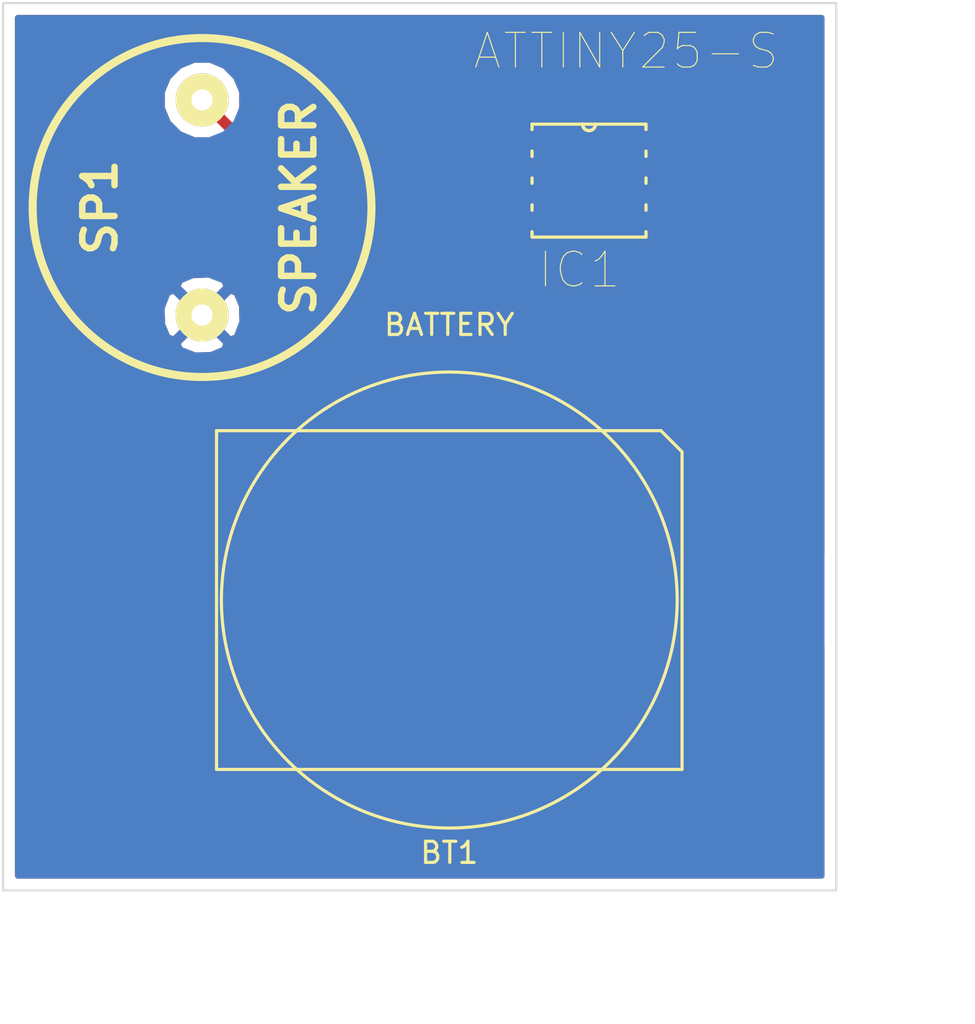
<source format=kicad_pcb>
(kicad_pcb (version 4) (host pcbnew 4.0.7)

  (general
    (links 4)
    (no_connects 0)
    (area 231.851999 98.247999 281.661999 148.496001)
    (thickness 1.6)
    (drawings 7)
    (tracks 9)
    (zones 0)
    (modules 3)
    (nets 4)
  )

  (page A3)
  (layers
    (0 F.Cu signal)
    (31 B.Cu signal)
    (32 B.Adhes user)
    (33 F.Adhes user)
    (34 B.Paste user)
    (35 F.Paste user)
    (36 B.SilkS user)
    (37 F.SilkS user)
    (38 B.Mask user)
    (39 F.Mask user)
    (40 Dwgs.User user)
    (41 Cmts.User user)
    (42 Eco1.User user)
    (43 Eco2.User user)
    (44 Edge.Cuts user)
  )

  (setup
    (last_trace_width 0.254)
    (trace_clearance 0.254)
    (zone_clearance 0.508)
    (zone_45_only no)
    (trace_min 0.254)
    (segment_width 0.2)
    (edge_width 0.1)
    (via_size 0.889)
    (via_drill 0.635)
    (via_min_size 0.889)
    (via_min_drill 0.508)
    (uvia_size 0.508)
    (uvia_drill 0.127)
    (uvias_allowed no)
    (uvia_min_size 0.508)
    (uvia_min_drill 0.127)
    (pcb_text_width 0.3)
    (pcb_text_size 1.5 1.5)
    (mod_edge_width 0.15)
    (mod_text_size 1 1)
    (mod_text_width 0.15)
    (pad_size 1.5 1.5)
    (pad_drill 0.6)
    (pad_to_mask_clearance 0)
    (aux_axis_origin 0 0)
    (visible_elements FFFFFFBF)
    (pcbplotparams
      (layerselection 0x00030_80000001)
      (usegerberextensions true)
      (excludeedgelayer true)
      (linewidth 0.150000)
      (plotframeref false)
      (viasonmask false)
      (mode 1)
      (useauxorigin false)
      (hpglpennumber 1)
      (hpglpenspeed 20)
      (hpglpendiameter 15)
      (hpglpenoverlay 2)
      (psnegative false)
      (psa4output false)
      (plotreference true)
      (plotvalue true)
      (plotinvisibletext false)
      (padsonsilk false)
      (subtractmaskfromsilk false)
      (outputformat 1)
      (mirror false)
      (drillshape 1)
      (scaleselection 1)
      (outputdirectory ""))
  )

  (net 0 "")
  (net 1 N-000002)
  (net 2 N-000007)
  (net 3 N-000008)

  (net_class Default "This is the default net class."
    (clearance 0.254)
    (trace_width 0.254)
    (via_dia 0.889)
    (via_drill 0.635)
    (uvia_dia 0.508)
    (uvia_drill 0.127)
  )

  (net_class power ""
    (clearance 0.254)
    (trace_width 0.508)
    (via_dia 0.889)
    (via_drill 0.635)
    (uvia_dia 0.508)
    (uvia_drill 0.127)
    (add_net N-000002)
    (add_net N-000007)
    (add_net N-000008)
  )

  (module SOIC127P798X216-8N (layer F.Cu) (tedit 0) (tstamp 5A2AC874)
    (at 259.588 106.68)
    (path /5A2AB71B)
    (solder_mask_margin 0.1)
    (attr smd)
    (fp_text reference IC1 (at -0.4572 4.2164) (layer F.SilkS)
      (effects (font (size 1.64 1.64) (thickness 0.05)))
    )
    (fp_text value ATTINY25-S (at 1.7526 -6.1214) (layer F.SilkS)
      (effects (font (size 1.64 1.64) (thickness 0.05)))
    )
    (fp_line (start -2.6924 -1.6764) (end -2.6924 -2.1336) (layer Dwgs.User) (width 0.15))
    (fp_line (start -2.6924 -2.1336) (end -4.1402 -2.1336) (layer Dwgs.User) (width 0.15))
    (fp_line (start -4.1402 -2.1336) (end -4.1402 -1.6764) (layer Dwgs.User) (width 0.15))
    (fp_line (start -4.1402 -1.6764) (end -2.6924 -1.6764) (layer Dwgs.User) (width 0.15))
    (fp_line (start -2.6924 -0.4064) (end -2.6924 -0.8636) (layer Dwgs.User) (width 0.15))
    (fp_line (start -2.6924 -0.8636) (end -4.1402 -0.8636) (layer Dwgs.User) (width 0.15))
    (fp_line (start -4.1402 -0.8636) (end -4.1402 -0.4064) (layer Dwgs.User) (width 0.15))
    (fp_line (start -4.1402 -0.4064) (end -2.6924 -0.4064) (layer Dwgs.User) (width 0.15))
    (fp_line (start -2.6924 0.8636) (end -2.6924 0.4064) (layer Dwgs.User) (width 0.15))
    (fp_line (start -2.6924 0.4064) (end -4.1402 0.4064) (layer Dwgs.User) (width 0.15))
    (fp_line (start -4.1402 0.4064) (end -4.1402 0.8636) (layer Dwgs.User) (width 0.15))
    (fp_line (start -4.1402 0.8636) (end -2.6924 0.8636) (layer Dwgs.User) (width 0.15))
    (fp_line (start -2.6924 2.1336) (end -2.6924 1.6764) (layer Dwgs.User) (width 0.15))
    (fp_line (start -2.6924 1.6764) (end -4.1402 1.6764) (layer Dwgs.User) (width 0.15))
    (fp_line (start -4.1402 1.6764) (end -4.1402 2.1336) (layer Dwgs.User) (width 0.15))
    (fp_line (start -4.1402 2.1336) (end -2.6924 2.1336) (layer Dwgs.User) (width 0.15))
    (fp_line (start 2.6924 1.6764) (end 2.6924 2.1336) (layer Dwgs.User) (width 0.15))
    (fp_line (start 2.6924 2.1336) (end 4.1402 2.1336) (layer Dwgs.User) (width 0.15))
    (fp_line (start 4.1402 2.1336) (end 4.1402 1.6764) (layer Dwgs.User) (width 0.15))
    (fp_line (start 4.1402 1.6764) (end 2.6924 1.6764) (layer Dwgs.User) (width 0.15))
    (fp_line (start 2.6924 0.4064) (end 2.6924 0.8636) (layer Dwgs.User) (width 0.15))
    (fp_line (start 2.6924 0.8636) (end 4.1402 0.8636) (layer Dwgs.User) (width 0.15))
    (fp_line (start 4.1402 0.8636) (end 4.1402 0.4064) (layer Dwgs.User) (width 0.15))
    (fp_line (start 4.1402 0.4064) (end 2.6924 0.4064) (layer Dwgs.User) (width 0.15))
    (fp_line (start 2.6924 -0.8636) (end 2.6924 -0.4064) (layer Dwgs.User) (width 0.15))
    (fp_line (start 2.6924 -0.4064) (end 4.1402 -0.4064) (layer Dwgs.User) (width 0.15))
    (fp_line (start 4.1402 -0.4064) (end 4.1402 -0.8636) (layer Dwgs.User) (width 0.15))
    (fp_line (start 4.1402 -0.8636) (end 2.6924 -0.8636) (layer Dwgs.User) (width 0.15))
    (fp_line (start 2.6924 -2.1336) (end 2.6924 -1.6764) (layer Dwgs.User) (width 0.15))
    (fp_line (start 2.6924 -1.6764) (end 4.1402 -1.6764) (layer Dwgs.User) (width 0.15))
    (fp_line (start 4.1402 -1.6764) (end 4.1402 -2.1336) (layer Dwgs.User) (width 0.15))
    (fp_line (start 4.1402 -2.1336) (end 2.6924 -2.1336) (layer Dwgs.User) (width 0.15))
    (fp_line (start -2.6924 2.667) (end 2.6924 2.667) (layer Dwgs.User) (width 0.15))
    (fp_line (start 2.6924 2.667) (end 2.6924 -2.667) (layer Dwgs.User) (width 0.15))
    (fp_line (start 2.6924 -2.667) (end 0.3048 -2.667) (layer Dwgs.User) (width 0.15))
    (fp_line (start 0.3048 -2.667) (end -0.3048 -2.667) (layer Dwgs.User) (width 0.15))
    (fp_line (start -0.3048 -2.667) (end -2.6924 -2.667) (layer Dwgs.User) (width 0.15))
    (fp_line (start -2.6924 -2.667) (end -2.6924 2.667) (layer Dwgs.User) (width 0.15))
    (fp_arc (start 0 -2.667) (end -0.3048 -2.667) (angle -180) (layer Dwgs.User) (width 0.15))
    (fp_arc (start 0 -2.667) (end -0.3048 -2.667) (angle -180) (layer Dwgs.User) (width 0.15))
    (fp_line (start -2.6924 -0.127) (end -2.6924 0.127) (layer F.SilkS) (width 0.1524))
    (fp_line (start -2.6924 1.143) (end -2.6924 1.397) (layer F.SilkS) (width 0.1524))
    (fp_line (start -2.6924 2.413) (end -2.6924 2.667) (layer F.SilkS) (width 0.1524))
    (fp_line (start 2.6924 1.397) (end 2.6924 1.143) (layer F.SilkS) (width 0.1524))
    (fp_line (start 2.6924 0.127) (end 2.6924 -0.127) (layer F.SilkS) (width 0.1524))
    (fp_line (start 2.6924 -1.143) (end 2.6924 -1.397) (layer F.SilkS) (width 0.1524))
    (fp_line (start 2.6924 -2.413) (end 2.6924 -2.667) (layer F.SilkS) (width 0.1524))
    (fp_line (start -2.6924 2.667) (end 2.6924 2.667) (layer F.SilkS) (width 0.1524))
    (fp_line (start 2.6924 2.667) (end 2.6924 2.413) (layer F.SilkS) (width 0.1524))
    (fp_line (start 2.6924 -2.667) (end 0.3048 -2.667) (layer F.SilkS) (width 0.1524))
    (fp_line (start 0.3048 -2.667) (end -0.3048 -2.667) (layer F.SilkS) (width 0.1524))
    (fp_line (start -0.3048 -2.667) (end -2.6924 -2.667) (layer F.SilkS) (width 0.1524))
    (fp_line (start -2.6924 -2.667) (end -2.6924 -2.413) (layer F.SilkS) (width 0.1524))
    (fp_line (start -2.6924 -1.397) (end -2.6924 -1.143) (layer F.SilkS) (width 0.1524))
    (fp_arc (start 0 -2.667) (end -0.3048 -2.667) (angle -180) (layer F.SilkS) (width 0.1524))
    (fp_arc (start 0 -2.667) (end -0.3048 -2.667) (angle -180) (layer F.SilkS) (width 0.1524))
    (pad 1 smd rect (at -3.7084 -1.905) (size 1.5494 0.5334) (layers F.Cu F.Paste F.Mask)
      (solder_mask_margin 0.2))
    (pad 2 smd rect (at -3.7084 -0.635) (size 1.5494 0.5334) (layers F.Cu F.Paste F.Mask)
      (solder_mask_margin 0.2))
    (pad 3 smd rect (at -3.7084 0.635) (size 1.5494 0.5334) (layers F.Cu F.Paste F.Mask)
      (net 1 N-000002) (solder_mask_margin 0.2))
    (pad 4 smd rect (at -3.7084 1.905) (size 1.5494 0.5334) (layers F.Cu F.Paste F.Mask)
      (net 2 N-000007) (solder_mask_margin 0.2))
    (pad 5 smd rect (at 3.7084 1.905) (size 1.5494 0.5334) (layers F.Cu F.Paste F.Mask)
      (solder_mask_margin 0.2))
    (pad 6 smd rect (at 3.7084 0.635) (size 1.5494 0.5334) (layers F.Cu F.Paste F.Mask)
      (solder_mask_margin 0.2))
    (pad 7 smd rect (at 3.7084 -0.635) (size 1.5494 0.5334) (layers F.Cu F.Paste F.Mask)
      (solder_mask_margin 0.2))
    (pad 8 smd rect (at 3.7084 -1.905) (size 1.5494 0.5334) (layers F.Cu F.Paste F.Mask)
      (net 3 N-000008) (solder_mask_margin 0.2))
  )

  (module CR2032SMD_FLO (layer F.Cu) (tedit 5A2ACB5D) (tstamp 5A2AC880)
    (at 252.984 126.492 180)
    (path /5A2AB741)
    (fp_text reference BT1 (at 0 -11.938 180) (layer F.SilkS)
      (effects (font (size 1 1) (thickness 0.15)))
    )
    (fp_text value BATTERY (at 0 13 180) (layer F.SilkS)
      (effects (font (size 1 1) (thickness 0.15)))
    )
    (fp_circle (center 0 0) (end -4 -10) (layer F.SilkS) (width 0.15))
    (fp_line (start -11 -8) (end 11 -8) (layer F.SilkS) (width 0.15))
    (fp_line (start 11 -8) (end 11 8) (layer F.SilkS) (width 0.15))
    (fp_line (start 11 8) (end -10 8) (layer F.SilkS) (width 0.15))
    (fp_line (start -10 8) (end -11 7) (layer F.SilkS) (width 0.15))
    (fp_line (start -11 7) (end -11 -8) (layer F.SilkS) (width 0.15))
    (pad 1 smd rect (at -15 0 180) (size 4 4) (layers F.Cu F.Paste F.Mask)
      (net 3 N-000008))
    (pad 2 smd rect (at 15 0 180) (size 4 4) (layers F.Cu F.Paste F.Mask)
      (net 2 N-000007))
  )

  (module BUZZER (layer F.Cu) (tedit 5A2ACAD3) (tstamp 5A2AC887)
    (at 241.3 107.95 90)
    (path /5A2AB7A3)
    (fp_text reference SP1 (at 0 -4.826 90) (layer F.SilkS)
      (effects (font (thickness 0.3048)))
    )
    (fp_text value SPEAKER (at 0 4.572 90) (layer F.SilkS)
      (effects (font (thickness 0.3048)))
    )
    (fp_circle (center 0 0) (end 8.001 0.24892) (layer F.SilkS) (width 0.381))
    (pad 2 thru_hole circle (at 5.08 0 90) (size 2.49936 2.49936) (drill 1.00076) (layers *.Cu *.Mask F.SilkS)
      (net 1 N-000002))
    (pad 1 thru_hole circle (at -5.08 0 90) (size 2.49936 2.49936) (drill 1.00076) (layers *.Cu *.Mask F.SilkS)
      (net 2 N-000007))
    (model divers\buzzer.wrl
      (at (xyz 0 0 0))
      (scale (xyz 0.8 0.8 0.8))
      (rotate (xyz 0 0 0))
    )
  )

  (gr_text "Congratulations! \nYou found 1 of 100 throwies!" (at 252.73 137.16) (layer Dwgs.User)
    (effects (font (size 1.5 1.5) (thickness 0.3)))
  )
  (dimension 41.91 (width 0.3) (layer Cmts.User)
    (gr_text "41.910 mm" (at 275.161999 119.253 270) (layer Cmts.User)
      (effects (font (size 1.5 1.5) (thickness 0.3)))
    )
    (feature1 (pts (xy 271.272 140.208) (xy 276.511999 140.208)))
    (feature2 (pts (xy 271.272 98.298) (xy 276.511999 98.298)))
    (crossbar (pts (xy 273.811999 98.298) (xy 273.811999 140.208)))
    (arrow1a (pts (xy 273.811999 140.208) (xy 273.225579 139.081497)))
    (arrow1b (pts (xy 273.811999 140.208) (xy 274.398419 139.081497)))
    (arrow2a (pts (xy 273.811999 98.298) (xy 273.225579 99.424503)))
    (arrow2b (pts (xy 273.811999 98.298) (xy 274.398419 99.424503)))
  )
  (dimension 39.37 (width 0.3) (layer Cmts.User)
    (gr_text "39.370 mm" (at 251.587 147.146) (layer Cmts.User)
      (effects (font (size 1.5 1.5) (thickness 0.3)))
    )
    (feature1 (pts (xy 271.272 140.208) (xy 271.272 148.496)))
    (feature2 (pts (xy 231.902 140.208) (xy 231.902 148.496)))
    (crossbar (pts (xy 231.902 145.796) (xy 271.272 145.796)))
    (arrow1a (pts (xy 271.272 145.796) (xy 270.145497 146.38242)))
    (arrow1b (pts (xy 271.272 145.796) (xy 270.145497 145.20958)))
    (arrow2a (pts (xy 231.902 145.796) (xy 233.028503 146.38242)))
    (arrow2b (pts (xy 231.902 145.796) (xy 233.028503 145.20958)))
  )
  (gr_line (start 231.902 140.208) (end 231.902 98.298) (angle 90) (layer Edge.Cuts) (width 0.1))
  (gr_line (start 271.272 140.208) (end 231.902 140.208) (angle 90) (layer Edge.Cuts) (width 0.1))
  (gr_line (start 271.272 98.298) (end 271.272 140.208) (angle 90) (layer Edge.Cuts) (width 0.1))
  (gr_line (start 231.902 98.298) (end 271.272 98.298) (angle 90) (layer Edge.Cuts) (width 0.1))

  (segment (start 255.8796 107.315) (end 245.745 107.315) (width 0.508) (layer F.Cu) (net 1))
  (segment (start 245.745 107.315) (end 241.3 102.87) (width 0.508) (layer F.Cu) (net 1) (tstamp 5A2ACAA3))
  (segment (start 255.8796 108.585) (end 245.745 108.585) (width 0.508) (layer F.Cu) (net 2))
  (segment (start 245.745 108.585) (end 241.3 113.03) (width 0.508) (layer F.Cu) (net 2) (tstamp 5A2ACA97))
  (segment (start 237.984 126.492) (end 237.984 116.346) (width 0.508) (layer F.Cu) (net 2))
  (segment (start 237.984 116.346) (end 241.3 113.03) (width 0.508) (layer F.Cu) (net 2) (tstamp 5A2ACA8B))
  (segment (start 267.984 126.492) (end 267.984 106.186) (width 0.508) (layer F.Cu) (net 3))
  (segment (start 266.573 104.775) (end 263.2964 104.775) (width 0.508) (layer F.Cu) (net 3) (tstamp 5A2ACAE5))
  (segment (start 267.984 106.186) (end 266.573 104.775) (width 0.508) (layer F.Cu) (net 3) (tstamp 5A2ACAE1))

  (zone (net 2) (net_name N-000007) (layer F.Cu) (tstamp 5A2ACC75) (hatch edge 0.508)
    (connect_pads (clearance 0.508))
    (min_thickness 0.254)
    (fill (arc_segments 16) (thermal_gap 0.508) (thermal_bridge_width 0.508))
    (polygon
      (pts
        (xy 270.764 139.7) (xy 232.41 139.7) (xy 232.41 98.806) (xy 270.764 98.806)
      )
    )
    (filled_polygon
      (pts
        (xy 270.587 139.523) (xy 257.28941 139.523) (xy 257.28941 107.455945) (xy 257.28941 106.922545) (xy 257.192941 106.689071)
        (xy 257.184026 106.68014) (xy 257.192313 106.671868) (xy 257.289189 106.438564) (xy 257.28941 106.185945) (xy 257.28941 105.652545)
        (xy 257.192941 105.419071) (xy 257.184026 105.41014) (xy 257.192313 105.401868) (xy 257.289189 105.168564) (xy 257.28941 104.915945)
        (xy 257.28941 104.382545) (xy 257.192941 104.149071) (xy 257.014468 103.970287) (xy 256.781164 103.873411) (xy 256.528545 103.87319)
        (xy 254.979145 103.87319) (xy 254.745671 103.969659) (xy 254.566887 104.148132) (xy 254.470011 104.381436) (xy 254.46979 104.634055)
        (xy 254.46979 105.167455) (xy 254.566259 105.400929) (xy 254.575173 105.409859) (xy 254.566887 105.418132) (xy 254.470011 105.651436)
        (xy 254.46979 105.904055) (xy 254.46979 106.426) (xy 246.113236 106.426) (xy 243.110829 103.423593) (xy 243.184352 103.246531)
        (xy 243.185006 102.496759) (xy 242.898686 101.803809) (xy 242.368979 101.273178) (xy 241.676531 100.985648) (xy 240.926759 100.984994)
        (xy 240.233809 101.271314) (xy 239.703178 101.801021) (xy 239.415648 102.493469) (xy 239.414994 103.243241) (xy 239.701314 103.936191)
        (xy 240.231021 104.466822) (xy 240.923469 104.754352) (xy 241.673241 104.755006) (xy 241.85335 104.680586) (xy 245.116382 107.943618)
        (xy 245.404794 108.136329) (xy 245.745 108.204) (xy 254.47 108.204) (xy 254.469916 108.299266) (xy 254.62865 108.458)
        (xy 255.7526 108.458) (xy 255.7526 108.438) (xy 256.0066 108.438) (xy 256.0066 108.458) (xy 257.13055 108.458)
        (xy 257.289283 108.299266) (xy 257.289189 108.191436) (xy 257.192313 107.958132) (xy 257.184166 107.95) (xy 257.192313 107.941868)
        (xy 257.289189 107.708564) (xy 257.28941 107.455945) (xy 257.28941 139.523) (xy 257.289283 139.523) (xy 257.289283 108.870733)
        (xy 257.13055 108.712) (xy 256.0066 108.712) (xy 256.0066 109.32795) (xy 256.16535 109.4867) (xy 256.780055 109.48681)
        (xy 257.013529 109.390341) (xy 257.192313 109.211868) (xy 257.289189 108.978564) (xy 257.289283 108.870733) (xy 257.289283 139.523)
        (xy 255.7526 139.523) (xy 255.7526 109.32795) (xy 255.7526 108.712) (xy 254.62865 108.712) (xy 254.469916 108.870733)
        (xy 254.470011 108.978564) (xy 254.566887 109.211868) (xy 254.745671 109.390341) (xy 254.979145 109.48681) (xy 255.59385 109.4867)
        (xy 255.7526 109.32795) (xy 255.7526 139.523) (xy 243.19407 139.523) (xy 243.19407 113.354117) (xy 243.173926 112.604616)
        (xy 242.925858 112.005725) (xy 242.633089 111.876517) (xy 242.453483 112.056122) (xy 242.453483 111.696911) (xy 242.324275 111.404142)
        (xy 241.624117 111.13593) (xy 240.874616 111.156074) (xy 240.275725 111.404142) (xy 240.146517 111.696911) (xy 241.3 112.850395)
        (xy 242.453483 111.696911) (xy 242.453483 112.056122) (xy 241.479605 113.03) (xy 242.633089 114.183483) (xy 242.925858 114.054275)
        (xy 243.19407 113.354117) (xy 243.19407 139.523) (xy 242.453483 139.523) (xy 242.453483 114.363089) (xy 241.3 113.209605)
        (xy 241.120395 113.38921) (xy 241.120395 113.03) (xy 239.966911 111.876517) (xy 239.674142 112.005725) (xy 239.40593 112.705883)
        (xy 239.426074 113.455384) (xy 239.674142 114.054275) (xy 239.966911 114.183483) (xy 241.120395 113.03) (xy 241.120395 113.38921)
        (xy 240.146517 114.363089) (xy 240.275725 114.655858) (xy 240.975883 114.92407) (xy 241.725384 114.903926) (xy 242.324275 114.655858)
        (xy 242.453483 114.363089) (xy 242.453483 139.523) (xy 240.61911 139.523) (xy 240.61911 128.366245) (xy 240.61911 124.617755)
        (xy 240.618889 124.365136) (xy 240.522013 124.131832) (xy 240.343229 123.953359) (xy 240.109755 123.85689) (xy 238.26975 123.857)
        (xy 238.111 124.01575) (xy 238.111 126.365) (xy 240.46025 126.365) (xy 240.619 126.20625) (xy 240.61911 124.617755)
        (xy 240.61911 128.366245) (xy 240.619 126.77775) (xy 240.46025 126.619) (xy 238.111 126.619) (xy 238.111 128.96825)
        (xy 238.26975 129.127) (xy 240.109755 129.12711) (xy 240.343229 129.030641) (xy 240.522013 128.852168) (xy 240.618889 128.618864)
        (xy 240.61911 128.366245) (xy 240.61911 139.523) (xy 237.857 139.523) (xy 237.857 128.96825) (xy 237.857 126.619)
        (xy 237.857 126.365) (xy 237.857 124.01575) (xy 237.69825 123.857) (xy 235.858245 123.85689) (xy 235.624771 123.953359)
        (xy 235.445987 124.131832) (xy 235.349111 124.365136) (xy 235.34889 124.617755) (xy 235.349 126.20625) (xy 235.50775 126.365)
        (xy 237.857 126.365) (xy 237.857 126.619) (xy 235.50775 126.619) (xy 235.349 126.77775) (xy 235.34889 128.366245)
        (xy 235.349111 128.618864) (xy 235.445987 128.852168) (xy 235.624771 129.030641) (xy 235.858245 129.12711) (xy 237.69825 129.127)
        (xy 237.857 128.96825) (xy 237.857 139.523) (xy 232.587 139.523) (xy 232.587 98.983) (xy 270.587 98.983)
        (xy 270.587 124.288532) (xy 270.522641 124.132771) (xy 270.344168 123.953987) (xy 270.110864 123.857111) (xy 269.858245 123.85689)
        (xy 268.873 123.85689) (xy 268.873 106.186) (xy 268.805329 105.845794) (xy 268.612618 105.557382) (xy 267.201618 104.146382)
        (xy 266.913206 103.953671) (xy 266.573 103.886) (xy 264.228281 103.886) (xy 264.197964 103.873411) (xy 263.945345 103.87319)
        (xy 262.395945 103.87319) (xy 262.162471 103.969659) (xy 261.983687 104.148132) (xy 261.886811 104.381436) (xy 261.88659 104.634055)
        (xy 261.88659 105.167455) (xy 261.983059 105.400929) (xy 261.991973 105.409859) (xy 261.983687 105.418132) (xy 261.886811 105.651436)
        (xy 261.88659 105.904055) (xy 261.88659 106.437455) (xy 261.983059 106.670929) (xy 261.991973 106.679859) (xy 261.983687 106.688132)
        (xy 261.886811 106.921436) (xy 261.88659 107.174055) (xy 261.88659 107.707455) (xy 261.983059 107.940929) (xy 261.991973 107.949859)
        (xy 261.983687 107.958132) (xy 261.886811 108.191436) (xy 261.88659 108.444055) (xy 261.88659 108.977455) (xy 261.983059 109.210929)
        (xy 262.161532 109.389713) (xy 262.394836 109.486589) (xy 262.647455 109.48681) (xy 264.196855 109.48681) (xy 264.430329 109.390341)
        (xy 264.609113 109.211868) (xy 264.705989 108.978564) (xy 264.70621 108.725945) (xy 264.70621 108.192545) (xy 264.609741 107.959071)
        (xy 264.600826 107.95014) (xy 264.609113 107.941868) (xy 264.705989 107.708564) (xy 264.70621 107.455945) (xy 264.70621 106.922545)
        (xy 264.609741 106.689071) (xy 264.600826 106.68014) (xy 264.609113 106.671868) (xy 264.705989 106.438564) (xy 264.70621 106.185945)
        (xy 264.70621 105.664) (xy 266.204764 105.664) (xy 267.095 106.554236) (xy 267.095 123.85689) (xy 265.858245 123.85689)
        (xy 265.624771 123.953359) (xy 265.445987 124.131832) (xy 265.349111 124.365136) (xy 265.34889 124.617755) (xy 265.34889 128.617755)
        (xy 265.445359 128.851229) (xy 265.623832 129.030013) (xy 265.857136 129.126889) (xy 266.109755 129.12711) (xy 270.109755 129.12711)
        (xy 270.343229 129.030641) (xy 270.522013 128.852168) (xy 270.587 128.695661) (xy 270.587 139.523)
      )
    )
  )
  (zone (net 2) (net_name N-000007) (layer B.Cu) (tstamp 5A2ACCE6) (hatch edge 0.508)
    (connect_pads (clearance 0.508))
    (min_thickness 0.254)
    (fill (arc_segments 16) (thermal_gap 0.508) (thermal_bridge_width 0.508))
    (polygon
      (pts
        (xy 270.764 139.7) (xy 232.41 139.7) (xy 232.41 98.806) (xy 270.764 98.806)
      )
    )
    (filled_polygon
      (pts
        (xy 270.587 139.523) (xy 243.19407 139.523) (xy 243.19407 113.354117) (xy 243.185006 113.016871) (xy 243.185006 102.496759)
        (xy 242.898686 101.803809) (xy 242.368979 101.273178) (xy 241.676531 100.985648) (xy 240.926759 100.984994) (xy 240.233809 101.271314)
        (xy 239.703178 101.801021) (xy 239.415648 102.493469) (xy 239.414994 103.243241) (xy 239.701314 103.936191) (xy 240.231021 104.466822)
        (xy 240.923469 104.754352) (xy 241.673241 104.755006) (xy 242.366191 104.468686) (xy 242.896822 103.938979) (xy 243.184352 103.246531)
        (xy 243.185006 102.496759) (xy 243.185006 113.016871) (xy 243.173926 112.604616) (xy 242.925858 112.005725) (xy 242.633089 111.876517)
        (xy 242.453483 112.056122) (xy 242.453483 111.696911) (xy 242.324275 111.404142) (xy 241.624117 111.13593) (xy 240.874616 111.156074)
        (xy 240.275725 111.404142) (xy 240.146517 111.696911) (xy 241.3 112.850395) (xy 242.453483 111.696911) (xy 242.453483 112.056122)
        (xy 241.479605 113.03) (xy 242.633089 114.183483) (xy 242.925858 114.054275) (xy 243.19407 113.354117) (xy 243.19407 139.523)
        (xy 242.453483 139.523) (xy 242.453483 114.363089) (xy 241.3 113.209605) (xy 241.120395 113.38921) (xy 241.120395 113.03)
        (xy 239.966911 111.876517) (xy 239.674142 112.005725) (xy 239.40593 112.705883) (xy 239.426074 113.455384) (xy 239.674142 114.054275)
        (xy 239.966911 114.183483) (xy 241.120395 113.03) (xy 241.120395 113.38921) (xy 240.146517 114.363089) (xy 240.275725 114.655858)
        (xy 240.975883 114.92407) (xy 241.725384 114.903926) (xy 242.324275 114.655858) (xy 242.453483 114.363089) (xy 242.453483 139.523)
        (xy 232.587 139.523) (xy 232.587 98.983) (xy 270.587 98.983) (xy 270.587 139.523)
      )
    )
  )
)

</source>
